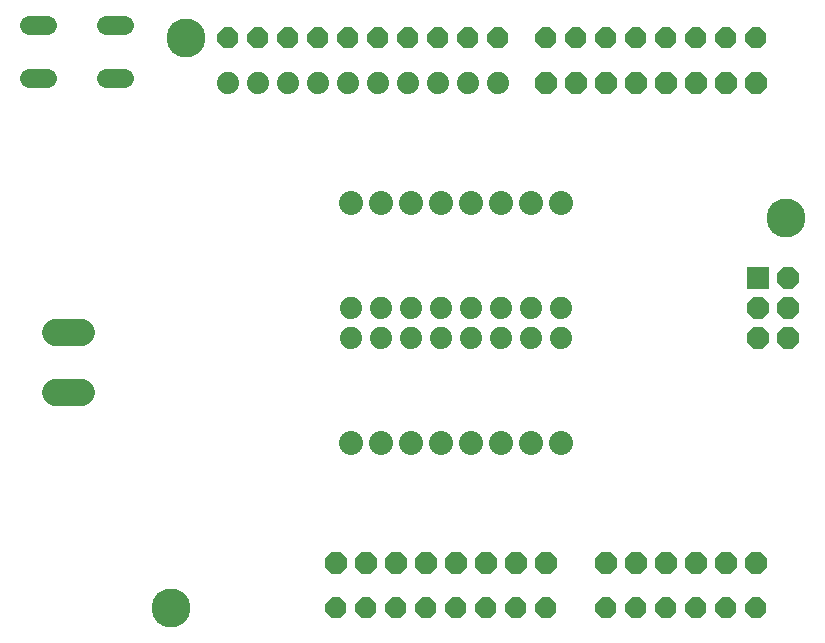
<source format=gbr>
G04 EAGLE Gerber RS-274X export*
G75*
%MOMM*%
%FSLAX34Y34*%
%LPD*%
%INSoldermask Bottom*%
%IPPOS*%
%AMOC8*
5,1,8,0,0,1.08239X$1,22.5*%
G01*
%ADD10C,3.301600*%
%ADD11P,1.924489X8X22.500000*%
%ADD12P,2.034460X8X22.500000*%
%ADD13R,1.879600X1.879600*%
%ADD14P,2.034460X8X292.500000*%
%ADD15C,1.879600*%
%ADD16P,2.034460X8X112.500000*%
%ADD17C,1.625600*%
%ADD18C,2.032000*%
%ADD19C,2.286000*%


D10*
X152400Y508000D03*
X139700Y25400D03*
X660400Y355600D03*
D11*
X533400Y508000D03*
X508000Y25400D03*
X558800Y508000D03*
X584200Y508000D03*
X609600Y508000D03*
X635000Y508000D03*
X508000Y508000D03*
X482600Y508000D03*
X457200Y508000D03*
X416560Y508000D03*
X391160Y508000D03*
X365760Y508000D03*
X340360Y508000D03*
X314960Y508000D03*
X289560Y508000D03*
X264160Y508000D03*
X238760Y508000D03*
X533400Y25400D03*
X558800Y25400D03*
X584200Y25400D03*
X609600Y25400D03*
X635000Y25400D03*
X457200Y25400D03*
X431800Y25400D03*
X406400Y25400D03*
X381000Y25400D03*
X355600Y25400D03*
X330200Y25400D03*
X213360Y508000D03*
X187960Y508000D03*
X304800Y25400D03*
X279400Y25400D03*
D12*
X661670Y279400D03*
X636270Y279400D03*
D13*
X636270Y304800D03*
D12*
X661670Y304800D03*
X661670Y254000D03*
X636270Y254000D03*
D14*
X457200Y63500D03*
X431800Y63500D03*
X406400Y63500D03*
X381000Y63500D03*
X355600Y63500D03*
X330200Y63500D03*
X304800Y63500D03*
X279400Y63500D03*
D15*
X187960Y469900D03*
X213360Y469900D03*
X238760Y469900D03*
X264160Y469900D03*
X289560Y469900D03*
X314960Y469900D03*
X340360Y469900D03*
X365760Y469900D03*
X391160Y469900D03*
X416560Y469900D03*
D16*
X457200Y469900D03*
X482600Y469900D03*
X508000Y469900D03*
X533400Y469900D03*
X558800Y469900D03*
X584200Y469900D03*
X609600Y469900D03*
X635000Y469900D03*
D14*
X635000Y63500D03*
X609600Y63500D03*
X584200Y63500D03*
X558800Y63500D03*
X533400Y63500D03*
X508000Y63500D03*
D17*
X99822Y473964D02*
X84582Y473964D01*
X84582Y519176D02*
X99822Y519176D01*
X34798Y473964D02*
X19558Y473964D01*
X19558Y519176D02*
X34798Y519176D01*
D15*
X469900Y279400D03*
X469900Y254000D03*
X444500Y279400D03*
X444500Y254000D03*
X419100Y279400D03*
X419100Y254000D03*
X393700Y279400D03*
X393700Y254000D03*
X368300Y279400D03*
X368300Y254000D03*
X342900Y279400D03*
X342900Y254000D03*
X317500Y279400D03*
X317500Y254000D03*
X292100Y279400D03*
X292100Y254000D03*
D18*
X292100Y368300D03*
X317500Y368300D03*
X342900Y368300D03*
X368300Y368300D03*
X393700Y368300D03*
X419100Y368300D03*
X444500Y368300D03*
X469900Y368300D03*
X469900Y165100D03*
X444500Y165100D03*
X419100Y165100D03*
X393700Y165100D03*
X368300Y165100D03*
X342900Y165100D03*
X317500Y165100D03*
X292100Y165100D03*
D19*
X62992Y259080D02*
X41148Y259080D01*
X41148Y208280D02*
X62992Y208280D01*
M02*

</source>
